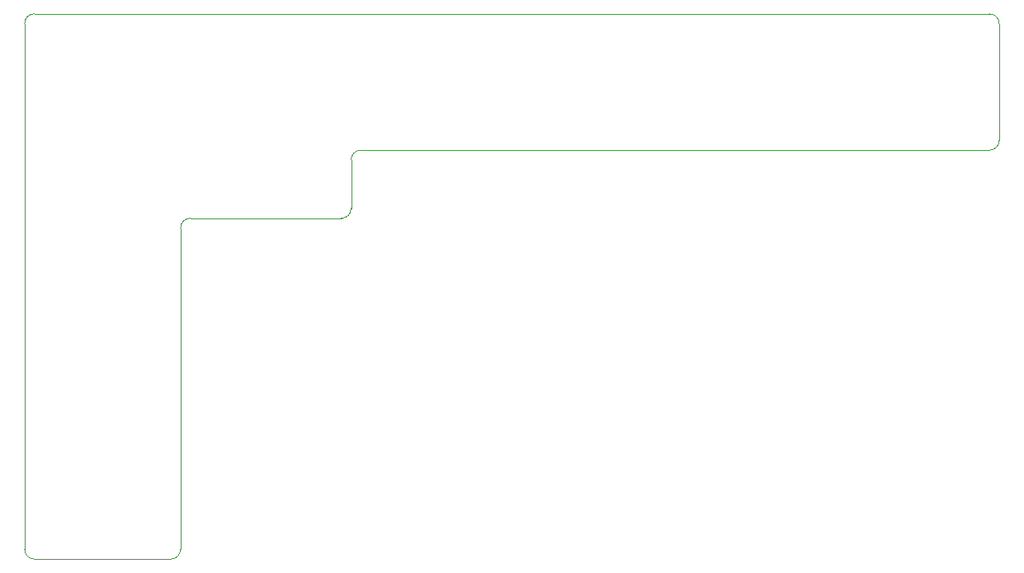
<source format=gbr>
%TF.GenerationSoftware,KiCad,Pcbnew,9.0.0*%
%TF.CreationDate,2025-07-17T14:07:15-07:00*%
%TF.ProjectId,TRL_fixture_JLC04161H-7628,54524c5f-6669-4787-9475-72655f4a4c43,rev?*%
%TF.SameCoordinates,Original*%
%TF.FileFunction,Profile,NP*%
%FSLAX46Y46*%
G04 Gerber Fmt 4.6, Leading zero omitted, Abs format (unit mm)*
G04 Created by KiCad (PCBNEW 9.0.0) date 2025-07-17 14:07:15*
%MOMM*%
%LPD*%
G01*
G04 APERTURE LIST*
%TA.AperFunction,Profile*%
%ADD10C,0.050000*%
%TD*%
G04 APERTURE END LIST*
D10*
X83500000Y-109000000D02*
X83500000Y-114000000D01*
X50000000Y-95000000D02*
X50000000Y-149000000D01*
X67000000Y-115000000D02*
X82500000Y-115000000D01*
X150000000Y-95000000D02*
X150000000Y-107000000D01*
X83500000Y-109000000D02*
G75*
G02*
X84500000Y-108000000I1000000J0D01*
G01*
X150000000Y-107000000D02*
G75*
G02*
X149000000Y-108000000I-1000000J0D01*
G01*
X83500000Y-114000000D02*
G75*
G02*
X82500000Y-115000000I-1000000J0D01*
G01*
X50000000Y-95000000D02*
G75*
G02*
X51000000Y-94000000I1000000J0D01*
G01*
X149000000Y-108000000D02*
X84500000Y-108000000D01*
X66000000Y-149000000D02*
X66000000Y-116000000D01*
X66000000Y-149000000D02*
G75*
G02*
X65000000Y-150000000I-1000000J0D01*
G01*
X51000000Y-150000000D02*
X65000000Y-150000000D01*
X149000000Y-94000000D02*
G75*
G02*
X150000000Y-95000000I0J-1000000D01*
G01*
X51000000Y-150000000D02*
G75*
G02*
X50000000Y-149000000I0J1000000D01*
G01*
X66000000Y-116000000D02*
G75*
G02*
X67000000Y-115000000I1000000J0D01*
G01*
X149000000Y-94000000D02*
X51000000Y-94000000D01*
M02*

</source>
